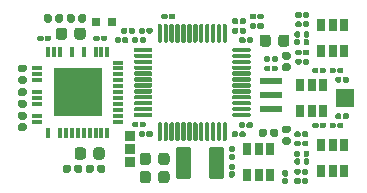
<source format=gbr>
%TF.GenerationSoftware,KiCad,Pcbnew,(5.1.6)-1*%
%TF.CreationDate,2020-12-28T23:38:13-08:00*%
%TF.ProjectId,SinESC-Multi,53696e45-5343-42d4-9d75-6c74692e6b69,2.3C*%
%TF.SameCoordinates,Original*%
%TF.FileFunction,Soldermask,Top*%
%TF.FilePolarity,Negative*%
%FSLAX46Y46*%
G04 Gerber Fmt 4.6, Leading zero omitted, Abs format (unit mm)*
G04 Created by KiCad (PCBNEW (5.1.6)-1) date 2020-12-28 23:38:13*
%MOMM*%
%LPD*%
G01*
G04 APERTURE LIST*
%ADD10R,0.878000X0.878000*%
%ADD11R,1.578000X1.578000*%
%ADD12R,0.678000X0.778000*%
%ADD13R,0.728000X1.138000*%
%ADD14R,4.167400X4.167400*%
%ADD15R,0.840000X0.332000*%
%ADD16R,0.332000X0.840000*%
%ADD17R,1.978000X0.478000*%
G04 APERTURE END LIST*
%TO.C,R24*%
G36*
G01*
X39169500Y-29149000D02*
X38930500Y-29149000D01*
G75*
G02*
X38811000Y-29029500I0J119500D01*
G01*
X38811000Y-28730500D01*
G75*
G02*
X38930500Y-28611000I119500J0D01*
G01*
X39169500Y-28611000D01*
G75*
G02*
X39289000Y-28730500I0J-119500D01*
G01*
X39289000Y-29029500D01*
G75*
G02*
X39169500Y-29149000I-119500J0D01*
G01*
G37*
G36*
G01*
X39169500Y-29789000D02*
X38930500Y-29789000D01*
G75*
G02*
X38811000Y-29669500I0J119500D01*
G01*
X38811000Y-29370500D01*
G75*
G02*
X38930500Y-29251000I119500J0D01*
G01*
X39169500Y-29251000D01*
G75*
G02*
X39289000Y-29370500I0J-119500D01*
G01*
X39289000Y-29669500D01*
G75*
G02*
X39169500Y-29789000I-119500J0D01*
G01*
G37*
%TD*%
%TO.C,L1*%
G36*
G01*
X31114000Y-26901600D02*
X31114000Y-29098400D01*
G75*
G02*
X30848400Y-29364000I-265600J0D01*
G01*
X30051600Y-29364000D01*
G75*
G02*
X29786000Y-29098400I0J265600D01*
G01*
X29786000Y-26901600D01*
G75*
G02*
X30051600Y-26636000I265600J0D01*
G01*
X30848400Y-26636000D01*
G75*
G02*
X31114000Y-26901600I0J-265600D01*
G01*
G37*
G36*
G01*
X33914000Y-26901600D02*
X33914000Y-29098400D01*
G75*
G02*
X33648400Y-29364000I-265600J0D01*
G01*
X32851600Y-29364000D01*
G75*
G02*
X32586000Y-29098400I0J265600D01*
G01*
X32586000Y-26901600D01*
G75*
G02*
X32851600Y-26636000I265600J0D01*
G01*
X33648400Y-26636000D01*
G75*
G02*
X33914000Y-26901600I0J-265600D01*
G01*
G37*
%TD*%
%TO.C,U1*%
G36*
G01*
X34139000Y-24668000D02*
X34139000Y-26032000D01*
G75*
G02*
X34044500Y-26126500I-94500J0D01*
G01*
X33855500Y-26126500D01*
G75*
G02*
X33761000Y-26032000I0J94500D01*
G01*
X33761000Y-24668000D01*
G75*
G02*
X33855500Y-24573500I94500J0D01*
G01*
X34044500Y-24573500D01*
G75*
G02*
X34139000Y-24668000I0J-94500D01*
G01*
G37*
G36*
G01*
X33639000Y-24668000D02*
X33639000Y-26032000D01*
G75*
G02*
X33544500Y-26126500I-94500J0D01*
G01*
X33355500Y-26126500D01*
G75*
G02*
X33261000Y-26032000I0J94500D01*
G01*
X33261000Y-24668000D01*
G75*
G02*
X33355500Y-24573500I94500J0D01*
G01*
X33544500Y-24573500D01*
G75*
G02*
X33639000Y-24668000I0J-94500D01*
G01*
G37*
G36*
G01*
X33139000Y-24668000D02*
X33139000Y-26032000D01*
G75*
G02*
X33044500Y-26126500I-94500J0D01*
G01*
X32855500Y-26126500D01*
G75*
G02*
X32761000Y-26032000I0J94500D01*
G01*
X32761000Y-24668000D01*
G75*
G02*
X32855500Y-24573500I94500J0D01*
G01*
X33044500Y-24573500D01*
G75*
G02*
X33139000Y-24668000I0J-94500D01*
G01*
G37*
G36*
G01*
X32639000Y-24668000D02*
X32639000Y-26032000D01*
G75*
G02*
X32544500Y-26126500I-94500J0D01*
G01*
X32355500Y-26126500D01*
G75*
G02*
X32261000Y-26032000I0J94500D01*
G01*
X32261000Y-24668000D01*
G75*
G02*
X32355500Y-24573500I94500J0D01*
G01*
X32544500Y-24573500D01*
G75*
G02*
X32639000Y-24668000I0J-94500D01*
G01*
G37*
G36*
G01*
X32139000Y-24668000D02*
X32139000Y-26032000D01*
G75*
G02*
X32044500Y-26126500I-94500J0D01*
G01*
X31855500Y-26126500D01*
G75*
G02*
X31761000Y-26032000I0J94500D01*
G01*
X31761000Y-24668000D01*
G75*
G02*
X31855500Y-24573500I94500J0D01*
G01*
X32044500Y-24573500D01*
G75*
G02*
X32139000Y-24668000I0J-94500D01*
G01*
G37*
G36*
G01*
X31639000Y-24668000D02*
X31639000Y-26032000D01*
G75*
G02*
X31544500Y-26126500I-94500J0D01*
G01*
X31355500Y-26126500D01*
G75*
G02*
X31261000Y-26032000I0J94500D01*
G01*
X31261000Y-24668000D01*
G75*
G02*
X31355500Y-24573500I94500J0D01*
G01*
X31544500Y-24573500D01*
G75*
G02*
X31639000Y-24668000I0J-94500D01*
G01*
G37*
G36*
G01*
X31139000Y-24668000D02*
X31139000Y-26032000D01*
G75*
G02*
X31044500Y-26126500I-94500J0D01*
G01*
X30855500Y-26126500D01*
G75*
G02*
X30761000Y-26032000I0J94500D01*
G01*
X30761000Y-24668000D01*
G75*
G02*
X30855500Y-24573500I94500J0D01*
G01*
X31044500Y-24573500D01*
G75*
G02*
X31139000Y-24668000I0J-94500D01*
G01*
G37*
G36*
G01*
X30639000Y-24668000D02*
X30639000Y-26032000D01*
G75*
G02*
X30544500Y-26126500I-94500J0D01*
G01*
X30355500Y-26126500D01*
G75*
G02*
X30261000Y-26032000I0J94500D01*
G01*
X30261000Y-24668000D01*
G75*
G02*
X30355500Y-24573500I94500J0D01*
G01*
X30544500Y-24573500D01*
G75*
G02*
X30639000Y-24668000I0J-94500D01*
G01*
G37*
G36*
G01*
X30139000Y-24668000D02*
X30139000Y-26032000D01*
G75*
G02*
X30044500Y-26126500I-94500J0D01*
G01*
X29855500Y-26126500D01*
G75*
G02*
X29761000Y-26032000I0J94500D01*
G01*
X29761000Y-24668000D01*
G75*
G02*
X29855500Y-24573500I94500J0D01*
G01*
X30044500Y-24573500D01*
G75*
G02*
X30139000Y-24668000I0J-94500D01*
G01*
G37*
G36*
G01*
X29639000Y-24668000D02*
X29639000Y-26032000D01*
G75*
G02*
X29544500Y-26126500I-94500J0D01*
G01*
X29355500Y-26126500D01*
G75*
G02*
X29261000Y-26032000I0J94500D01*
G01*
X29261000Y-24668000D01*
G75*
G02*
X29355500Y-24573500I94500J0D01*
G01*
X29544500Y-24573500D01*
G75*
G02*
X29639000Y-24668000I0J-94500D01*
G01*
G37*
G36*
G01*
X29139000Y-24668000D02*
X29139000Y-26032000D01*
G75*
G02*
X29044500Y-26126500I-94500J0D01*
G01*
X28855500Y-26126500D01*
G75*
G02*
X28761000Y-26032000I0J94500D01*
G01*
X28761000Y-24668000D01*
G75*
G02*
X28855500Y-24573500I94500J0D01*
G01*
X29044500Y-24573500D01*
G75*
G02*
X29139000Y-24668000I0J-94500D01*
G01*
G37*
G36*
G01*
X28639000Y-24668000D02*
X28639000Y-26032000D01*
G75*
G02*
X28544500Y-26126500I-94500J0D01*
G01*
X28355500Y-26126500D01*
G75*
G02*
X28261000Y-26032000I0J94500D01*
G01*
X28261000Y-24668000D01*
G75*
G02*
X28355500Y-24573500I94500J0D01*
G01*
X28544500Y-24573500D01*
G75*
G02*
X28639000Y-24668000I0J-94500D01*
G01*
G37*
G36*
G01*
X27814000Y-23843000D02*
X27814000Y-24032000D01*
G75*
G02*
X27719500Y-24126500I-94500J0D01*
G01*
X26355500Y-24126500D01*
G75*
G02*
X26261000Y-24032000I0J94500D01*
G01*
X26261000Y-23843000D01*
G75*
G02*
X26355500Y-23748500I94500J0D01*
G01*
X27719500Y-23748500D01*
G75*
G02*
X27814000Y-23843000I0J-94500D01*
G01*
G37*
G36*
G01*
X27814000Y-23343000D02*
X27814000Y-23532000D01*
G75*
G02*
X27719500Y-23626500I-94500J0D01*
G01*
X26355500Y-23626500D01*
G75*
G02*
X26261000Y-23532000I0J94500D01*
G01*
X26261000Y-23343000D01*
G75*
G02*
X26355500Y-23248500I94500J0D01*
G01*
X27719500Y-23248500D01*
G75*
G02*
X27814000Y-23343000I0J-94500D01*
G01*
G37*
G36*
G01*
X27814000Y-22843000D02*
X27814000Y-23032000D01*
G75*
G02*
X27719500Y-23126500I-94500J0D01*
G01*
X26355500Y-23126500D01*
G75*
G02*
X26261000Y-23032000I0J94500D01*
G01*
X26261000Y-22843000D01*
G75*
G02*
X26355500Y-22748500I94500J0D01*
G01*
X27719500Y-22748500D01*
G75*
G02*
X27814000Y-22843000I0J-94500D01*
G01*
G37*
G36*
G01*
X27814000Y-22343000D02*
X27814000Y-22532000D01*
G75*
G02*
X27719500Y-22626500I-94500J0D01*
G01*
X26355500Y-22626500D01*
G75*
G02*
X26261000Y-22532000I0J94500D01*
G01*
X26261000Y-22343000D01*
G75*
G02*
X26355500Y-22248500I94500J0D01*
G01*
X27719500Y-22248500D01*
G75*
G02*
X27814000Y-22343000I0J-94500D01*
G01*
G37*
G36*
G01*
X27814000Y-21843000D02*
X27814000Y-22032000D01*
G75*
G02*
X27719500Y-22126500I-94500J0D01*
G01*
X26355500Y-22126500D01*
G75*
G02*
X26261000Y-22032000I0J94500D01*
G01*
X26261000Y-21843000D01*
G75*
G02*
X26355500Y-21748500I94500J0D01*
G01*
X27719500Y-21748500D01*
G75*
G02*
X27814000Y-21843000I0J-94500D01*
G01*
G37*
G36*
G01*
X27814000Y-21343000D02*
X27814000Y-21532000D01*
G75*
G02*
X27719500Y-21626500I-94500J0D01*
G01*
X26355500Y-21626500D01*
G75*
G02*
X26261000Y-21532000I0J94500D01*
G01*
X26261000Y-21343000D01*
G75*
G02*
X26355500Y-21248500I94500J0D01*
G01*
X27719500Y-21248500D01*
G75*
G02*
X27814000Y-21343000I0J-94500D01*
G01*
G37*
G36*
G01*
X27814000Y-20843000D02*
X27814000Y-21032000D01*
G75*
G02*
X27719500Y-21126500I-94500J0D01*
G01*
X26355500Y-21126500D01*
G75*
G02*
X26261000Y-21032000I0J94500D01*
G01*
X26261000Y-20843000D01*
G75*
G02*
X26355500Y-20748500I94500J0D01*
G01*
X27719500Y-20748500D01*
G75*
G02*
X27814000Y-20843000I0J-94500D01*
G01*
G37*
G36*
G01*
X27814000Y-20343000D02*
X27814000Y-20532000D01*
G75*
G02*
X27719500Y-20626500I-94500J0D01*
G01*
X26355500Y-20626500D01*
G75*
G02*
X26261000Y-20532000I0J94500D01*
G01*
X26261000Y-20343000D01*
G75*
G02*
X26355500Y-20248500I94500J0D01*
G01*
X27719500Y-20248500D01*
G75*
G02*
X27814000Y-20343000I0J-94500D01*
G01*
G37*
G36*
G01*
X27814000Y-19843000D02*
X27814000Y-20032000D01*
G75*
G02*
X27719500Y-20126500I-94500J0D01*
G01*
X26355500Y-20126500D01*
G75*
G02*
X26261000Y-20032000I0J94500D01*
G01*
X26261000Y-19843000D01*
G75*
G02*
X26355500Y-19748500I94500J0D01*
G01*
X27719500Y-19748500D01*
G75*
G02*
X27814000Y-19843000I0J-94500D01*
G01*
G37*
G36*
G01*
X27814000Y-19343000D02*
X27814000Y-19532000D01*
G75*
G02*
X27719500Y-19626500I-94500J0D01*
G01*
X26355500Y-19626500D01*
G75*
G02*
X26261000Y-19532000I0J94500D01*
G01*
X26261000Y-19343000D01*
G75*
G02*
X26355500Y-19248500I94500J0D01*
G01*
X27719500Y-19248500D01*
G75*
G02*
X27814000Y-19343000I0J-94500D01*
G01*
G37*
G36*
G01*
X27814000Y-18843000D02*
X27814000Y-19032000D01*
G75*
G02*
X27719500Y-19126500I-94500J0D01*
G01*
X26355500Y-19126500D01*
G75*
G02*
X26261000Y-19032000I0J94500D01*
G01*
X26261000Y-18843000D01*
G75*
G02*
X26355500Y-18748500I94500J0D01*
G01*
X27719500Y-18748500D01*
G75*
G02*
X27814000Y-18843000I0J-94500D01*
G01*
G37*
G36*
G01*
X27814000Y-18343000D02*
X27814000Y-18532000D01*
G75*
G02*
X27719500Y-18626500I-94500J0D01*
G01*
X26355500Y-18626500D01*
G75*
G02*
X26261000Y-18532000I0J94500D01*
G01*
X26261000Y-18343000D01*
G75*
G02*
X26355500Y-18248500I94500J0D01*
G01*
X27719500Y-18248500D01*
G75*
G02*
X27814000Y-18343000I0J-94500D01*
G01*
G37*
G36*
G01*
X28639000Y-16343000D02*
X28639000Y-17707000D01*
G75*
G02*
X28544500Y-17801500I-94500J0D01*
G01*
X28355500Y-17801500D01*
G75*
G02*
X28261000Y-17707000I0J94500D01*
G01*
X28261000Y-16343000D01*
G75*
G02*
X28355500Y-16248500I94500J0D01*
G01*
X28544500Y-16248500D01*
G75*
G02*
X28639000Y-16343000I0J-94500D01*
G01*
G37*
G36*
G01*
X29139000Y-16343000D02*
X29139000Y-17707000D01*
G75*
G02*
X29044500Y-17801500I-94500J0D01*
G01*
X28855500Y-17801500D01*
G75*
G02*
X28761000Y-17707000I0J94500D01*
G01*
X28761000Y-16343000D01*
G75*
G02*
X28855500Y-16248500I94500J0D01*
G01*
X29044500Y-16248500D01*
G75*
G02*
X29139000Y-16343000I0J-94500D01*
G01*
G37*
G36*
G01*
X29639000Y-16343000D02*
X29639000Y-17707000D01*
G75*
G02*
X29544500Y-17801500I-94500J0D01*
G01*
X29355500Y-17801500D01*
G75*
G02*
X29261000Y-17707000I0J94500D01*
G01*
X29261000Y-16343000D01*
G75*
G02*
X29355500Y-16248500I94500J0D01*
G01*
X29544500Y-16248500D01*
G75*
G02*
X29639000Y-16343000I0J-94500D01*
G01*
G37*
G36*
G01*
X30139000Y-16343000D02*
X30139000Y-17707000D01*
G75*
G02*
X30044500Y-17801500I-94500J0D01*
G01*
X29855500Y-17801500D01*
G75*
G02*
X29761000Y-17707000I0J94500D01*
G01*
X29761000Y-16343000D01*
G75*
G02*
X29855500Y-16248500I94500J0D01*
G01*
X30044500Y-16248500D01*
G75*
G02*
X30139000Y-16343000I0J-94500D01*
G01*
G37*
G36*
G01*
X30639000Y-16343000D02*
X30639000Y-17707000D01*
G75*
G02*
X30544500Y-17801500I-94500J0D01*
G01*
X30355500Y-17801500D01*
G75*
G02*
X30261000Y-17707000I0J94500D01*
G01*
X30261000Y-16343000D01*
G75*
G02*
X30355500Y-16248500I94500J0D01*
G01*
X30544500Y-16248500D01*
G75*
G02*
X30639000Y-16343000I0J-94500D01*
G01*
G37*
G36*
G01*
X31139000Y-16343000D02*
X31139000Y-17707000D01*
G75*
G02*
X31044500Y-17801500I-94500J0D01*
G01*
X30855500Y-17801500D01*
G75*
G02*
X30761000Y-17707000I0J94500D01*
G01*
X30761000Y-16343000D01*
G75*
G02*
X30855500Y-16248500I94500J0D01*
G01*
X31044500Y-16248500D01*
G75*
G02*
X31139000Y-16343000I0J-94500D01*
G01*
G37*
G36*
G01*
X31639000Y-16343000D02*
X31639000Y-17707000D01*
G75*
G02*
X31544500Y-17801500I-94500J0D01*
G01*
X31355500Y-17801500D01*
G75*
G02*
X31261000Y-17707000I0J94500D01*
G01*
X31261000Y-16343000D01*
G75*
G02*
X31355500Y-16248500I94500J0D01*
G01*
X31544500Y-16248500D01*
G75*
G02*
X31639000Y-16343000I0J-94500D01*
G01*
G37*
G36*
G01*
X32139000Y-16343000D02*
X32139000Y-17707000D01*
G75*
G02*
X32044500Y-17801500I-94500J0D01*
G01*
X31855500Y-17801500D01*
G75*
G02*
X31761000Y-17707000I0J94500D01*
G01*
X31761000Y-16343000D01*
G75*
G02*
X31855500Y-16248500I94500J0D01*
G01*
X32044500Y-16248500D01*
G75*
G02*
X32139000Y-16343000I0J-94500D01*
G01*
G37*
G36*
G01*
X32639000Y-16343000D02*
X32639000Y-17707000D01*
G75*
G02*
X32544500Y-17801500I-94500J0D01*
G01*
X32355500Y-17801500D01*
G75*
G02*
X32261000Y-17707000I0J94500D01*
G01*
X32261000Y-16343000D01*
G75*
G02*
X32355500Y-16248500I94500J0D01*
G01*
X32544500Y-16248500D01*
G75*
G02*
X32639000Y-16343000I0J-94500D01*
G01*
G37*
G36*
G01*
X33139000Y-16343000D02*
X33139000Y-17707000D01*
G75*
G02*
X33044500Y-17801500I-94500J0D01*
G01*
X32855500Y-17801500D01*
G75*
G02*
X32761000Y-17707000I0J94500D01*
G01*
X32761000Y-16343000D01*
G75*
G02*
X32855500Y-16248500I94500J0D01*
G01*
X33044500Y-16248500D01*
G75*
G02*
X33139000Y-16343000I0J-94500D01*
G01*
G37*
G36*
G01*
X33639000Y-16343000D02*
X33639000Y-17707000D01*
G75*
G02*
X33544500Y-17801500I-94500J0D01*
G01*
X33355500Y-17801500D01*
G75*
G02*
X33261000Y-17707000I0J94500D01*
G01*
X33261000Y-16343000D01*
G75*
G02*
X33355500Y-16248500I94500J0D01*
G01*
X33544500Y-16248500D01*
G75*
G02*
X33639000Y-16343000I0J-94500D01*
G01*
G37*
G36*
G01*
X34139000Y-16343000D02*
X34139000Y-17707000D01*
G75*
G02*
X34044500Y-17801500I-94500J0D01*
G01*
X33855500Y-17801500D01*
G75*
G02*
X33761000Y-17707000I0J94500D01*
G01*
X33761000Y-16343000D01*
G75*
G02*
X33855500Y-16248500I94500J0D01*
G01*
X34044500Y-16248500D01*
G75*
G02*
X34139000Y-16343000I0J-94500D01*
G01*
G37*
G36*
G01*
X36139000Y-18343000D02*
X36139000Y-18532000D01*
G75*
G02*
X36044500Y-18626500I-94500J0D01*
G01*
X34680500Y-18626500D01*
G75*
G02*
X34586000Y-18532000I0J94500D01*
G01*
X34586000Y-18343000D01*
G75*
G02*
X34680500Y-18248500I94500J0D01*
G01*
X36044500Y-18248500D01*
G75*
G02*
X36139000Y-18343000I0J-94500D01*
G01*
G37*
G36*
G01*
X36139000Y-18843000D02*
X36139000Y-19032000D01*
G75*
G02*
X36044500Y-19126500I-94500J0D01*
G01*
X34680500Y-19126500D01*
G75*
G02*
X34586000Y-19032000I0J94500D01*
G01*
X34586000Y-18843000D01*
G75*
G02*
X34680500Y-18748500I94500J0D01*
G01*
X36044500Y-18748500D01*
G75*
G02*
X36139000Y-18843000I0J-94500D01*
G01*
G37*
G36*
G01*
X36139000Y-19343000D02*
X36139000Y-19532000D01*
G75*
G02*
X36044500Y-19626500I-94500J0D01*
G01*
X34680500Y-19626500D01*
G75*
G02*
X34586000Y-19532000I0J94500D01*
G01*
X34586000Y-19343000D01*
G75*
G02*
X34680500Y-19248500I94500J0D01*
G01*
X36044500Y-19248500D01*
G75*
G02*
X36139000Y-19343000I0J-94500D01*
G01*
G37*
G36*
G01*
X36139000Y-19843000D02*
X36139000Y-20032000D01*
G75*
G02*
X36044500Y-20126500I-94500J0D01*
G01*
X34680500Y-20126500D01*
G75*
G02*
X34586000Y-20032000I0J94500D01*
G01*
X34586000Y-19843000D01*
G75*
G02*
X34680500Y-19748500I94500J0D01*
G01*
X36044500Y-19748500D01*
G75*
G02*
X36139000Y-19843000I0J-94500D01*
G01*
G37*
G36*
G01*
X36139000Y-20343000D02*
X36139000Y-20532000D01*
G75*
G02*
X36044500Y-20626500I-94500J0D01*
G01*
X34680500Y-20626500D01*
G75*
G02*
X34586000Y-20532000I0J94500D01*
G01*
X34586000Y-20343000D01*
G75*
G02*
X34680500Y-20248500I94500J0D01*
G01*
X36044500Y-20248500D01*
G75*
G02*
X36139000Y-20343000I0J-94500D01*
G01*
G37*
G36*
G01*
X36139000Y-20843000D02*
X36139000Y-21032000D01*
G75*
G02*
X36044500Y-21126500I-94500J0D01*
G01*
X34680500Y-21126500D01*
G75*
G02*
X34586000Y-21032000I0J94500D01*
G01*
X34586000Y-20843000D01*
G75*
G02*
X34680500Y-20748500I94500J0D01*
G01*
X36044500Y-20748500D01*
G75*
G02*
X36139000Y-20843000I0J-94500D01*
G01*
G37*
G36*
G01*
X36139000Y-21343000D02*
X36139000Y-21532000D01*
G75*
G02*
X36044500Y-21626500I-94500J0D01*
G01*
X34680500Y-21626500D01*
G75*
G02*
X34586000Y-21532000I0J94500D01*
G01*
X34586000Y-21343000D01*
G75*
G02*
X34680500Y-21248500I94500J0D01*
G01*
X36044500Y-21248500D01*
G75*
G02*
X36139000Y-21343000I0J-94500D01*
G01*
G37*
G36*
G01*
X36139000Y-21843000D02*
X36139000Y-22032000D01*
G75*
G02*
X36044500Y-22126500I-94500J0D01*
G01*
X34680500Y-22126500D01*
G75*
G02*
X34586000Y-22032000I0J94500D01*
G01*
X34586000Y-21843000D01*
G75*
G02*
X34680500Y-21748500I94500J0D01*
G01*
X36044500Y-21748500D01*
G75*
G02*
X36139000Y-21843000I0J-94500D01*
G01*
G37*
G36*
G01*
X36139000Y-22343000D02*
X36139000Y-22532000D01*
G75*
G02*
X36044500Y-22626500I-94500J0D01*
G01*
X34680500Y-22626500D01*
G75*
G02*
X34586000Y-22532000I0J94500D01*
G01*
X34586000Y-22343000D01*
G75*
G02*
X34680500Y-22248500I94500J0D01*
G01*
X36044500Y-22248500D01*
G75*
G02*
X36139000Y-22343000I0J-94500D01*
G01*
G37*
G36*
G01*
X36139000Y-22843000D02*
X36139000Y-23032000D01*
G75*
G02*
X36044500Y-23126500I-94500J0D01*
G01*
X34680500Y-23126500D01*
G75*
G02*
X34586000Y-23032000I0J94500D01*
G01*
X34586000Y-22843000D01*
G75*
G02*
X34680500Y-22748500I94500J0D01*
G01*
X36044500Y-22748500D01*
G75*
G02*
X36139000Y-22843000I0J-94500D01*
G01*
G37*
G36*
G01*
X36139000Y-23343000D02*
X36139000Y-23532000D01*
G75*
G02*
X36044500Y-23626500I-94500J0D01*
G01*
X34680500Y-23626500D01*
G75*
G02*
X34586000Y-23532000I0J94500D01*
G01*
X34586000Y-23343000D01*
G75*
G02*
X34680500Y-23248500I94500J0D01*
G01*
X36044500Y-23248500D01*
G75*
G02*
X36139000Y-23343000I0J-94500D01*
G01*
G37*
G36*
G01*
X36139000Y-23843000D02*
X36139000Y-24032000D01*
G75*
G02*
X36044500Y-24126500I-94500J0D01*
G01*
X34680500Y-24126500D01*
G75*
G02*
X34586000Y-24032000I0J94500D01*
G01*
X34586000Y-23843000D01*
G75*
G02*
X34680500Y-23748500I94500J0D01*
G01*
X36044500Y-23748500D01*
G75*
G02*
X36139000Y-23843000I0J-94500D01*
G01*
G37*
%TD*%
%TO.C,R10*%
G36*
G01*
X41879000Y-24705500D02*
X41879000Y-24944500D01*
G75*
G02*
X41759500Y-25064000I-119500J0D01*
G01*
X41460500Y-25064000D01*
G75*
G02*
X41341000Y-24944500I0J119500D01*
G01*
X41341000Y-24705500D01*
G75*
G02*
X41460500Y-24586000I119500J0D01*
G01*
X41759500Y-24586000D01*
G75*
G02*
X41879000Y-24705500I0J-119500D01*
G01*
G37*
G36*
G01*
X42519000Y-24705500D02*
X42519000Y-24944500D01*
G75*
G02*
X42399500Y-25064000I-119500J0D01*
G01*
X42100500Y-25064000D01*
G75*
G02*
X41981000Y-24944500I0J119500D01*
G01*
X41981000Y-24705500D01*
G75*
G02*
X42100500Y-24586000I119500J0D01*
G01*
X42399500Y-24586000D01*
G75*
G02*
X42519000Y-24705500I0J-119500D01*
G01*
G37*
%TD*%
%TO.C,C6*%
G36*
G01*
X35699000Y-17480500D02*
X35699000Y-17719500D01*
G75*
G02*
X35579500Y-17839000I-119500J0D01*
G01*
X35280500Y-17839000D01*
G75*
G02*
X35161000Y-17719500I0J119500D01*
G01*
X35161000Y-17480500D01*
G75*
G02*
X35280500Y-17361000I119500J0D01*
G01*
X35579500Y-17361000D01*
G75*
G02*
X35699000Y-17480500I0J-119500D01*
G01*
G37*
G36*
G01*
X36339000Y-17480500D02*
X36339000Y-17719500D01*
G75*
G02*
X36219500Y-17839000I-119500J0D01*
G01*
X35920500Y-17839000D01*
G75*
G02*
X35801000Y-17719500I0J119500D01*
G01*
X35801000Y-17480500D01*
G75*
G02*
X35920500Y-17361000I119500J0D01*
G01*
X36219500Y-17361000D01*
G75*
G02*
X36339000Y-17480500I0J-119500D01*
G01*
G37*
%TD*%
%TO.C,C21*%
G36*
G01*
X20589000Y-16774250D02*
X20589000Y-17325750D01*
G75*
G02*
X20350750Y-17564000I-238250J0D01*
G01*
X19874250Y-17564000D01*
G75*
G02*
X19636000Y-17325750I0J238250D01*
G01*
X19636000Y-16774250D01*
G75*
G02*
X19874250Y-16536000I238250J0D01*
G01*
X20350750Y-16536000D01*
G75*
G02*
X20589000Y-16774250I0J-238250D01*
G01*
G37*
G36*
G01*
X22164000Y-16774250D02*
X22164000Y-17325750D01*
G75*
G02*
X21925750Y-17564000I-238250J0D01*
G01*
X21449250Y-17564000D01*
G75*
G02*
X21211000Y-17325750I0J238250D01*
G01*
X21211000Y-16774250D01*
G75*
G02*
X21449250Y-16536000I238250J0D01*
G01*
X21925750Y-16536000D01*
G75*
G02*
X22164000Y-16774250I0J-238250D01*
G01*
G37*
%TD*%
%TO.C,C20*%
G36*
G01*
X18599000Y-17330500D02*
X18599000Y-17569500D01*
G75*
G02*
X18479500Y-17689000I-119500J0D01*
G01*
X18180500Y-17689000D01*
G75*
G02*
X18061000Y-17569500I0J119500D01*
G01*
X18061000Y-17330500D01*
G75*
G02*
X18180500Y-17211000I119500J0D01*
G01*
X18479500Y-17211000D01*
G75*
G02*
X18599000Y-17330500I0J-119500D01*
G01*
G37*
G36*
G01*
X19239000Y-17330500D02*
X19239000Y-17569500D01*
G75*
G02*
X19119500Y-17689000I-119500J0D01*
G01*
X18820500Y-17689000D01*
G75*
G02*
X18701000Y-17569500I0J119500D01*
G01*
X18701000Y-17330500D01*
G75*
G02*
X18820500Y-17211000I119500J0D01*
G01*
X19119500Y-17211000D01*
G75*
G02*
X19239000Y-17330500I0J-119500D01*
G01*
G37*
%TD*%
%TO.C,C22*%
G36*
G01*
X22811000Y-27475750D02*
X22811000Y-26924250D01*
G75*
G02*
X23049250Y-26686000I238250J0D01*
G01*
X23525750Y-26686000D01*
G75*
G02*
X23764000Y-26924250I0J-238250D01*
G01*
X23764000Y-27475750D01*
G75*
G02*
X23525750Y-27714000I-238250J0D01*
G01*
X23049250Y-27714000D01*
G75*
G02*
X22811000Y-27475750I0J238250D01*
G01*
G37*
G36*
G01*
X21236000Y-27475750D02*
X21236000Y-26924250D01*
G75*
G02*
X21474250Y-26686000I238250J0D01*
G01*
X21950750Y-26686000D01*
G75*
G02*
X22189000Y-26924250I0J-238250D01*
G01*
X22189000Y-27475750D01*
G75*
G02*
X21950750Y-27714000I-238250J0D01*
G01*
X21474250Y-27714000D01*
G75*
G02*
X21236000Y-27475750I0J238250D01*
G01*
G37*
%TD*%
%TO.C,C19*%
G36*
G01*
X20899000Y-28308000D02*
X20899000Y-28692000D01*
G75*
G02*
X20732000Y-28859000I-167000J0D01*
G01*
X20398000Y-28859000D01*
G75*
G02*
X20231000Y-28692000I0J167000D01*
G01*
X20231000Y-28308000D01*
G75*
G02*
X20398000Y-28141000I167000J0D01*
G01*
X20732000Y-28141000D01*
G75*
G02*
X20899000Y-28308000I0J-167000D01*
G01*
G37*
G36*
G01*
X21869000Y-28308000D02*
X21869000Y-28692000D01*
G75*
G02*
X21702000Y-28859000I-167000J0D01*
G01*
X21368000Y-28859000D01*
G75*
G02*
X21201000Y-28692000I0J167000D01*
G01*
X21201000Y-28308000D01*
G75*
G02*
X21368000Y-28141000I167000J0D01*
G01*
X21702000Y-28141000D01*
G75*
G02*
X21869000Y-28308000I0J-167000D01*
G01*
G37*
%TD*%
%TO.C,C17*%
G36*
G01*
X23349000Y-17330500D02*
X23349000Y-17569500D01*
G75*
G02*
X23229500Y-17689000I-119500J0D01*
G01*
X22930500Y-17689000D01*
G75*
G02*
X22811000Y-17569500I0J119500D01*
G01*
X22811000Y-17330500D01*
G75*
G02*
X22930500Y-17211000I119500J0D01*
G01*
X23229500Y-17211000D01*
G75*
G02*
X23349000Y-17330500I0J-119500D01*
G01*
G37*
G36*
G01*
X23989000Y-17330500D02*
X23989000Y-17569500D01*
G75*
G02*
X23869500Y-17689000I-119500J0D01*
G01*
X23570500Y-17689000D01*
G75*
G02*
X23451000Y-17569500I0J119500D01*
G01*
X23451000Y-17330500D01*
G75*
G02*
X23570500Y-17211000I119500J0D01*
G01*
X23869500Y-17211000D01*
G75*
G02*
X23989000Y-17330500I0J-119500D01*
G01*
G37*
%TD*%
D10*
%TO.C,TP3*%
X25900000Y-27900000D03*
%TD*%
%TO.C,TP2*%
X25900000Y-26800000D03*
%TD*%
%TO.C,TP1*%
X25900000Y-25700000D03*
%TD*%
D11*
%TO.C,J6*%
X44150000Y-22500000D03*
%TD*%
%TO.C,C1*%
G36*
G01*
X35781000Y-24919500D02*
X35781000Y-24680500D01*
G75*
G02*
X35900500Y-24561000I119500J0D01*
G01*
X36199500Y-24561000D01*
G75*
G02*
X36319000Y-24680500I0J-119500D01*
G01*
X36319000Y-24919500D01*
G75*
G02*
X36199500Y-25039000I-119500J0D01*
G01*
X35900500Y-25039000D01*
G75*
G02*
X35781000Y-24919500I0J119500D01*
G01*
G37*
G36*
G01*
X35141000Y-24919500D02*
X35141000Y-24680500D01*
G75*
G02*
X35260500Y-24561000I119500J0D01*
G01*
X35559500Y-24561000D01*
G75*
G02*
X35679000Y-24680500I0J-119500D01*
G01*
X35679000Y-24919500D01*
G75*
G02*
X35559500Y-25039000I-119500J0D01*
G01*
X35260500Y-25039000D01*
G75*
G02*
X35141000Y-24919500I0J119500D01*
G01*
G37*
%TD*%
%TO.C,C2*%
G36*
G01*
X37901000Y-20119500D02*
X37901000Y-19880500D01*
G75*
G02*
X38020500Y-19761000I119500J0D01*
G01*
X38319500Y-19761000D01*
G75*
G02*
X38439000Y-19880500I0J-119500D01*
G01*
X38439000Y-20119500D01*
G75*
G02*
X38319500Y-20239000I-119500J0D01*
G01*
X38020500Y-20239000D01*
G75*
G02*
X37901000Y-20119500I0J119500D01*
G01*
G37*
G36*
G01*
X37261000Y-20119500D02*
X37261000Y-19880500D01*
G75*
G02*
X37380500Y-19761000I119500J0D01*
G01*
X37679500Y-19761000D01*
G75*
G02*
X37799000Y-19880500I0J-119500D01*
G01*
X37799000Y-20119500D01*
G75*
G02*
X37679500Y-20239000I-119500J0D01*
G01*
X37380500Y-20239000D01*
G75*
G02*
X37261000Y-20119500I0J119500D01*
G01*
G37*
%TD*%
%TO.C,C3*%
G36*
G01*
X35171000Y-25694500D02*
X35171000Y-25455500D01*
G75*
G02*
X35290500Y-25336000I119500J0D01*
G01*
X35589500Y-25336000D01*
G75*
G02*
X35709000Y-25455500I0J-119500D01*
G01*
X35709000Y-25694500D01*
G75*
G02*
X35589500Y-25814000I-119500J0D01*
G01*
X35290500Y-25814000D01*
G75*
G02*
X35171000Y-25694500I0J119500D01*
G01*
G37*
G36*
G01*
X34531000Y-25694500D02*
X34531000Y-25455500D01*
G75*
G02*
X34650500Y-25336000I119500J0D01*
G01*
X34949500Y-25336000D01*
G75*
G02*
X35069000Y-25455500I0J-119500D01*
G01*
X35069000Y-25694500D01*
G75*
G02*
X34949500Y-25814000I-119500J0D01*
G01*
X34650500Y-25814000D01*
G75*
G02*
X34531000Y-25694500I0J119500D01*
G01*
G37*
%TD*%
%TO.C,C4*%
G36*
G01*
X27199000Y-16680500D02*
X27199000Y-16919500D01*
G75*
G02*
X27079500Y-17039000I-119500J0D01*
G01*
X26780500Y-17039000D01*
G75*
G02*
X26661000Y-16919500I0J119500D01*
G01*
X26661000Y-16680500D01*
G75*
G02*
X26780500Y-16561000I119500J0D01*
G01*
X27079500Y-16561000D01*
G75*
G02*
X27199000Y-16680500I0J-119500D01*
G01*
G37*
G36*
G01*
X27839000Y-16680500D02*
X27839000Y-16919500D01*
G75*
G02*
X27719500Y-17039000I-119500J0D01*
G01*
X27420500Y-17039000D01*
G75*
G02*
X27301000Y-16919500I0J119500D01*
G01*
X27301000Y-16680500D01*
G75*
G02*
X27420500Y-16561000I119500J0D01*
G01*
X27719500Y-16561000D01*
G75*
G02*
X27839000Y-16680500I0J-119500D01*
G01*
G37*
%TD*%
%TO.C,C5*%
G36*
G01*
X26629000Y-17480500D02*
X26629000Y-17719500D01*
G75*
G02*
X26509500Y-17839000I-119500J0D01*
G01*
X26210500Y-17839000D01*
G75*
G02*
X26091000Y-17719500I0J119500D01*
G01*
X26091000Y-17480500D01*
G75*
G02*
X26210500Y-17361000I119500J0D01*
G01*
X26509500Y-17361000D01*
G75*
G02*
X26629000Y-17480500I0J-119500D01*
G01*
G37*
G36*
G01*
X27269000Y-17480500D02*
X27269000Y-17719500D01*
G75*
G02*
X27149500Y-17839000I-119500J0D01*
G01*
X26850500Y-17839000D01*
G75*
G02*
X26731000Y-17719500I0J119500D01*
G01*
X26731000Y-17480500D01*
G75*
G02*
X26850500Y-17361000I119500J0D01*
G01*
X27149500Y-17361000D01*
G75*
G02*
X27269000Y-17480500I0J-119500D01*
G01*
G37*
%TD*%
%TO.C,C7*%
G36*
G01*
X39955500Y-17501000D02*
X40194500Y-17501000D01*
G75*
G02*
X40314000Y-17620500I0J-119500D01*
G01*
X40314000Y-17919500D01*
G75*
G02*
X40194500Y-18039000I-119500J0D01*
G01*
X39955500Y-18039000D01*
G75*
G02*
X39836000Y-17919500I0J119500D01*
G01*
X39836000Y-17620500D01*
G75*
G02*
X39955500Y-17501000I119500J0D01*
G01*
G37*
G36*
G01*
X39955500Y-16861000D02*
X40194500Y-16861000D01*
G75*
G02*
X40314000Y-16980500I0J-119500D01*
G01*
X40314000Y-17279500D01*
G75*
G02*
X40194500Y-17399000I-119500J0D01*
G01*
X39955500Y-17399000D01*
G75*
G02*
X39836000Y-17279500I0J119500D01*
G01*
X39836000Y-16980500D01*
G75*
G02*
X39955500Y-16861000I119500J0D01*
G01*
G37*
%TD*%
%TO.C,C8*%
G36*
G01*
X26629000Y-24630500D02*
X26629000Y-24869500D01*
G75*
G02*
X26509500Y-24989000I-119500J0D01*
G01*
X26210500Y-24989000D01*
G75*
G02*
X26091000Y-24869500I0J119500D01*
G01*
X26091000Y-24630500D01*
G75*
G02*
X26210500Y-24511000I119500J0D01*
G01*
X26509500Y-24511000D01*
G75*
G02*
X26629000Y-24630500I0J-119500D01*
G01*
G37*
G36*
G01*
X27269000Y-24630500D02*
X27269000Y-24869500D01*
G75*
G02*
X27149500Y-24989000I-119500J0D01*
G01*
X26850500Y-24989000D01*
G75*
G02*
X26731000Y-24869500I0J119500D01*
G01*
X26731000Y-24630500D01*
G75*
G02*
X26850500Y-24511000I119500J0D01*
G01*
X27149500Y-24511000D01*
G75*
G02*
X27269000Y-24630500I0J-119500D01*
G01*
G37*
%TD*%
%TO.C,C9*%
G36*
G01*
X27199000Y-25430500D02*
X27199000Y-25669500D01*
G75*
G02*
X27079500Y-25789000I-119500J0D01*
G01*
X26780500Y-25789000D01*
G75*
G02*
X26661000Y-25669500I0J119500D01*
G01*
X26661000Y-25430500D01*
G75*
G02*
X26780500Y-25311000I119500J0D01*
G01*
X27079500Y-25311000D01*
G75*
G02*
X27199000Y-25430500I0J-119500D01*
G01*
G37*
G36*
G01*
X27839000Y-25430500D02*
X27839000Y-25669500D01*
G75*
G02*
X27719500Y-25789000I-119500J0D01*
G01*
X27420500Y-25789000D01*
G75*
G02*
X27301000Y-25669500I0J119500D01*
G01*
X27301000Y-25430500D01*
G75*
G02*
X27420500Y-25311000I119500J0D01*
G01*
X27719500Y-25311000D01*
G75*
G02*
X27839000Y-25430500I0J-119500D01*
G01*
G37*
%TD*%
%TO.C,C10*%
G36*
G01*
X37901000Y-19319500D02*
X37901000Y-19080500D01*
G75*
G02*
X38020500Y-18961000I119500J0D01*
G01*
X38319500Y-18961000D01*
G75*
G02*
X38439000Y-19080500I0J-119500D01*
G01*
X38439000Y-19319500D01*
G75*
G02*
X38319500Y-19439000I-119500J0D01*
G01*
X38020500Y-19439000D01*
G75*
G02*
X37901000Y-19319500I0J119500D01*
G01*
G37*
G36*
G01*
X37261000Y-19319500D02*
X37261000Y-19080500D01*
G75*
G02*
X37380500Y-18961000I119500J0D01*
G01*
X37679500Y-18961000D01*
G75*
G02*
X37799000Y-19080500I0J-119500D01*
G01*
X37799000Y-19319500D01*
G75*
G02*
X37679500Y-19439000I-119500J0D01*
G01*
X37380500Y-19439000D01*
G75*
G02*
X37261000Y-19319500I0J119500D01*
G01*
G37*
%TD*%
%TO.C,C11*%
G36*
G01*
X38958000Y-19566000D02*
X39342000Y-19566000D01*
G75*
G02*
X39509000Y-19733000I0J-167000D01*
G01*
X39509000Y-20067000D01*
G75*
G02*
X39342000Y-20234000I-167000J0D01*
G01*
X38958000Y-20234000D01*
G75*
G02*
X38791000Y-20067000I0J167000D01*
G01*
X38791000Y-19733000D01*
G75*
G02*
X38958000Y-19566000I167000J0D01*
G01*
G37*
G36*
G01*
X38958000Y-18596000D02*
X39342000Y-18596000D01*
G75*
G02*
X39509000Y-18763000I0J-167000D01*
G01*
X39509000Y-19097000D01*
G75*
G02*
X39342000Y-19264000I-167000J0D01*
G01*
X38958000Y-19264000D01*
G75*
G02*
X38791000Y-19097000I0J167000D01*
G01*
X38791000Y-18763000D01*
G75*
G02*
X38958000Y-18596000I167000J0D01*
G01*
G37*
%TD*%
%TO.C,C12*%
G36*
G01*
X35099000Y-15880500D02*
X35099000Y-16119500D01*
G75*
G02*
X34979500Y-16239000I-119500J0D01*
G01*
X34680500Y-16239000D01*
G75*
G02*
X34561000Y-16119500I0J119500D01*
G01*
X34561000Y-15880500D01*
G75*
G02*
X34680500Y-15761000I119500J0D01*
G01*
X34979500Y-15761000D01*
G75*
G02*
X35099000Y-15880500I0J-119500D01*
G01*
G37*
G36*
G01*
X35739000Y-15880500D02*
X35739000Y-16119500D01*
G75*
G02*
X35619500Y-16239000I-119500J0D01*
G01*
X35320500Y-16239000D01*
G75*
G02*
X35201000Y-16119500I0J119500D01*
G01*
X35201000Y-15880500D01*
G75*
G02*
X35320500Y-15761000I119500J0D01*
G01*
X35619500Y-15761000D01*
G75*
G02*
X35739000Y-15880500I0J-119500D01*
G01*
G37*
%TD*%
%TO.C,C13*%
G36*
G01*
X38461000Y-17925750D02*
X38461000Y-17374250D01*
G75*
G02*
X38699250Y-17136000I238250J0D01*
G01*
X39175750Y-17136000D01*
G75*
G02*
X39414000Y-17374250I0J-238250D01*
G01*
X39414000Y-17925750D01*
G75*
G02*
X39175750Y-18164000I-238250J0D01*
G01*
X38699250Y-18164000D01*
G75*
G02*
X38461000Y-17925750I0J238250D01*
G01*
G37*
G36*
G01*
X36886000Y-17925750D02*
X36886000Y-17374250D01*
G75*
G02*
X37124250Y-17136000I238250J0D01*
G01*
X37600750Y-17136000D01*
G75*
G02*
X37839000Y-17374250I0J-238250D01*
G01*
X37839000Y-17925750D01*
G75*
G02*
X37600750Y-18164000I-238250J0D01*
G01*
X37124250Y-18164000D01*
G75*
G02*
X36886000Y-17925750I0J238250D01*
G01*
G37*
%TD*%
%TO.C,C14*%
G36*
G01*
X43926000Y-24169500D02*
X43926000Y-23930500D01*
G75*
G02*
X44045500Y-23811000I119500J0D01*
G01*
X44344500Y-23811000D01*
G75*
G02*
X44464000Y-23930500I0J-119500D01*
G01*
X44464000Y-24169500D01*
G75*
G02*
X44344500Y-24289000I-119500J0D01*
G01*
X44045500Y-24289000D01*
G75*
G02*
X43926000Y-24169500I0J119500D01*
G01*
G37*
G36*
G01*
X43286000Y-24169500D02*
X43286000Y-23930500D01*
G75*
G02*
X43405500Y-23811000I119500J0D01*
G01*
X43704500Y-23811000D01*
G75*
G02*
X43824000Y-23930500I0J-119500D01*
G01*
X43824000Y-24169500D01*
G75*
G02*
X43704500Y-24289000I-119500J0D01*
G01*
X43405500Y-24289000D01*
G75*
G02*
X43286000Y-24169500I0J119500D01*
G01*
G37*
%TD*%
%TO.C,C15*%
G36*
G01*
X36599000Y-15480500D02*
X36599000Y-15719500D01*
G75*
G02*
X36479500Y-15839000I-119500J0D01*
G01*
X36180500Y-15839000D01*
G75*
G02*
X36061000Y-15719500I0J119500D01*
G01*
X36061000Y-15480500D01*
G75*
G02*
X36180500Y-15361000I119500J0D01*
G01*
X36479500Y-15361000D01*
G75*
G02*
X36599000Y-15480500I0J-119500D01*
G01*
G37*
G36*
G01*
X37239000Y-15480500D02*
X37239000Y-15719500D01*
G75*
G02*
X37119500Y-15839000I-119500J0D01*
G01*
X36820500Y-15839000D01*
G75*
G02*
X36701000Y-15719500I0J119500D01*
G01*
X36701000Y-15480500D01*
G75*
G02*
X36820500Y-15361000I119500J0D01*
G01*
X37119500Y-15361000D01*
G75*
G02*
X37239000Y-15480500I0J-119500D01*
G01*
G37*
%TD*%
%TO.C,C16*%
G36*
G01*
X40969500Y-27499000D02*
X40730500Y-27499000D01*
G75*
G02*
X40611000Y-27379500I0J119500D01*
G01*
X40611000Y-27080500D01*
G75*
G02*
X40730500Y-26961000I119500J0D01*
G01*
X40969500Y-26961000D01*
G75*
G02*
X41089000Y-27080500I0J-119500D01*
G01*
X41089000Y-27379500D01*
G75*
G02*
X40969500Y-27499000I-119500J0D01*
G01*
G37*
G36*
G01*
X40969500Y-28139000D02*
X40730500Y-28139000D01*
G75*
G02*
X40611000Y-28019500I0J119500D01*
G01*
X40611000Y-27720500D01*
G75*
G02*
X40730500Y-27601000I119500J0D01*
G01*
X40969500Y-27601000D01*
G75*
G02*
X41089000Y-27720500I0J-119500D01*
G01*
X41089000Y-28019500D01*
G75*
G02*
X40969500Y-28139000I-119500J0D01*
G01*
G37*
%TD*%
%TO.C,C18*%
G36*
G01*
X23151000Y-28692000D02*
X23151000Y-28308000D01*
G75*
G02*
X23318000Y-28141000I167000J0D01*
G01*
X23652000Y-28141000D01*
G75*
G02*
X23819000Y-28308000I0J-167000D01*
G01*
X23819000Y-28692000D01*
G75*
G02*
X23652000Y-28859000I-167000J0D01*
G01*
X23318000Y-28859000D01*
G75*
G02*
X23151000Y-28692000I0J167000D01*
G01*
G37*
G36*
G01*
X22181000Y-28692000D02*
X22181000Y-28308000D01*
G75*
G02*
X22348000Y-28141000I167000J0D01*
G01*
X22682000Y-28141000D01*
G75*
G02*
X22849000Y-28308000I0J-167000D01*
G01*
X22849000Y-28692000D01*
G75*
G02*
X22682000Y-28859000I-167000J0D01*
G01*
X22348000Y-28859000D01*
G75*
G02*
X22181000Y-28692000I0J167000D01*
G01*
G37*
%TD*%
%TO.C,C23*%
G36*
G01*
X16608000Y-24651000D02*
X16992000Y-24651000D01*
G75*
G02*
X17159000Y-24818000I0J-167000D01*
G01*
X17159000Y-25152000D01*
G75*
G02*
X16992000Y-25319000I-167000J0D01*
G01*
X16608000Y-25319000D01*
G75*
G02*
X16441000Y-25152000I0J167000D01*
G01*
X16441000Y-24818000D01*
G75*
G02*
X16608000Y-24651000I167000J0D01*
G01*
G37*
G36*
G01*
X16608000Y-23681000D02*
X16992000Y-23681000D01*
G75*
G02*
X17159000Y-23848000I0J-167000D01*
G01*
X17159000Y-24182000D01*
G75*
G02*
X16992000Y-24349000I-167000J0D01*
G01*
X16608000Y-24349000D01*
G75*
G02*
X16441000Y-24182000I0J167000D01*
G01*
X16441000Y-23848000D01*
G75*
G02*
X16608000Y-23681000I167000J0D01*
G01*
G37*
%TD*%
%TO.C,C24*%
G36*
G01*
X16608000Y-22651000D02*
X16992000Y-22651000D01*
G75*
G02*
X17159000Y-22818000I0J-167000D01*
G01*
X17159000Y-23152000D01*
G75*
G02*
X16992000Y-23319000I-167000J0D01*
G01*
X16608000Y-23319000D01*
G75*
G02*
X16441000Y-23152000I0J167000D01*
G01*
X16441000Y-22818000D01*
G75*
G02*
X16608000Y-22651000I167000J0D01*
G01*
G37*
G36*
G01*
X16608000Y-21681000D02*
X16992000Y-21681000D01*
G75*
G02*
X17159000Y-21848000I0J-167000D01*
G01*
X17159000Y-22182000D01*
G75*
G02*
X16992000Y-22349000I-167000J0D01*
G01*
X16608000Y-22349000D01*
G75*
G02*
X16441000Y-22182000I0J167000D01*
G01*
X16441000Y-21848000D01*
G75*
G02*
X16608000Y-21681000I167000J0D01*
G01*
G37*
%TD*%
%TO.C,C25*%
G36*
G01*
X16992000Y-20334000D02*
X16608000Y-20334000D01*
G75*
G02*
X16441000Y-20167000I0J167000D01*
G01*
X16441000Y-19833000D01*
G75*
G02*
X16608000Y-19666000I167000J0D01*
G01*
X16992000Y-19666000D01*
G75*
G02*
X17159000Y-19833000I0J-167000D01*
G01*
X17159000Y-20167000D01*
G75*
G02*
X16992000Y-20334000I-167000J0D01*
G01*
G37*
G36*
G01*
X16992000Y-21304000D02*
X16608000Y-21304000D01*
G75*
G02*
X16441000Y-21137000I0J167000D01*
G01*
X16441000Y-20803000D01*
G75*
G02*
X16608000Y-20636000I167000J0D01*
G01*
X16992000Y-20636000D01*
G75*
G02*
X17159000Y-20803000I0J-167000D01*
G01*
X17159000Y-21137000D01*
G75*
G02*
X16992000Y-21304000I-167000J0D01*
G01*
G37*
%TD*%
%TO.C,C26*%
G36*
G01*
X19299000Y-15558000D02*
X19299000Y-15942000D01*
G75*
G02*
X19132000Y-16109000I-167000J0D01*
G01*
X18798000Y-16109000D01*
G75*
G02*
X18631000Y-15942000I0J167000D01*
G01*
X18631000Y-15558000D01*
G75*
G02*
X18798000Y-15391000I167000J0D01*
G01*
X19132000Y-15391000D01*
G75*
G02*
X19299000Y-15558000I0J-167000D01*
G01*
G37*
G36*
G01*
X20269000Y-15558000D02*
X20269000Y-15942000D01*
G75*
G02*
X20102000Y-16109000I-167000J0D01*
G01*
X19768000Y-16109000D01*
G75*
G02*
X19601000Y-15942000I0J167000D01*
G01*
X19601000Y-15558000D01*
G75*
G02*
X19768000Y-15391000I167000J0D01*
G01*
X20102000Y-15391000D01*
G75*
G02*
X20269000Y-15558000I0J-167000D01*
G01*
G37*
%TD*%
%TO.C,C27*%
G36*
G01*
X21249000Y-15558000D02*
X21249000Y-15942000D01*
G75*
G02*
X21082000Y-16109000I-167000J0D01*
G01*
X20748000Y-16109000D01*
G75*
G02*
X20581000Y-15942000I0J167000D01*
G01*
X20581000Y-15558000D01*
G75*
G02*
X20748000Y-15391000I167000J0D01*
G01*
X21082000Y-15391000D01*
G75*
G02*
X21249000Y-15558000I0J-167000D01*
G01*
G37*
G36*
G01*
X22219000Y-15558000D02*
X22219000Y-15942000D01*
G75*
G02*
X22052000Y-16109000I-167000J0D01*
G01*
X21718000Y-16109000D01*
G75*
G02*
X21551000Y-15942000I0J167000D01*
G01*
X21551000Y-15558000D01*
G75*
G02*
X21718000Y-15391000I167000J0D01*
G01*
X22052000Y-15391000D01*
G75*
G02*
X22219000Y-15558000I0J-167000D01*
G01*
G37*
%TD*%
D12*
%TO.C,D1*%
X23000000Y-16050000D03*
X24400000Y-16050000D03*
%TD*%
%TO.C,R1*%
G36*
G01*
X40449000Y-16130500D02*
X40449000Y-16369500D01*
G75*
G02*
X40329500Y-16489000I-119500J0D01*
G01*
X40030500Y-16489000D01*
G75*
G02*
X39911000Y-16369500I0J119500D01*
G01*
X39911000Y-16130500D01*
G75*
G02*
X40030500Y-16011000I119500J0D01*
G01*
X40329500Y-16011000D01*
G75*
G02*
X40449000Y-16130500I0J-119500D01*
G01*
G37*
G36*
G01*
X41089000Y-16130500D02*
X41089000Y-16369500D01*
G75*
G02*
X40969500Y-16489000I-119500J0D01*
G01*
X40670500Y-16489000D01*
G75*
G02*
X40551000Y-16369500I0J119500D01*
G01*
X40551000Y-16130500D01*
G75*
G02*
X40670500Y-16011000I119500J0D01*
G01*
X40969500Y-16011000D01*
G75*
G02*
X41089000Y-16130500I0J-119500D01*
G01*
G37*
%TD*%
%TO.C,R2*%
G36*
G01*
X35201000Y-16919500D02*
X35201000Y-16680500D01*
G75*
G02*
X35320500Y-16561000I119500J0D01*
G01*
X35619500Y-16561000D01*
G75*
G02*
X35739000Y-16680500I0J-119500D01*
G01*
X35739000Y-16919500D01*
G75*
G02*
X35619500Y-17039000I-119500J0D01*
G01*
X35320500Y-17039000D01*
G75*
G02*
X35201000Y-16919500I0J119500D01*
G01*
G37*
G36*
G01*
X34561000Y-16919500D02*
X34561000Y-16680500D01*
G75*
G02*
X34680500Y-16561000I119500J0D01*
G01*
X34979500Y-16561000D01*
G75*
G02*
X35099000Y-16680500I0J-119500D01*
G01*
X35099000Y-16919500D01*
G75*
G02*
X34979500Y-17039000I-119500J0D01*
G01*
X34680500Y-17039000D01*
G75*
G02*
X34561000Y-16919500I0J119500D01*
G01*
G37*
%TD*%
%TO.C,R4*%
G36*
G01*
X40449000Y-15355500D02*
X40449000Y-15594500D01*
G75*
G02*
X40329500Y-15714000I-119500J0D01*
G01*
X40030500Y-15714000D01*
G75*
G02*
X39911000Y-15594500I0J119500D01*
G01*
X39911000Y-15355500D01*
G75*
G02*
X40030500Y-15236000I119500J0D01*
G01*
X40329500Y-15236000D01*
G75*
G02*
X40449000Y-15355500I0J-119500D01*
G01*
G37*
G36*
G01*
X41089000Y-15355500D02*
X41089000Y-15594500D01*
G75*
G02*
X40969500Y-15714000I-119500J0D01*
G01*
X40670500Y-15714000D01*
G75*
G02*
X40551000Y-15594500I0J119500D01*
G01*
X40551000Y-15355500D01*
G75*
G02*
X40670500Y-15236000I119500J0D01*
G01*
X40969500Y-15236000D01*
G75*
G02*
X41089000Y-15355500I0J-119500D01*
G01*
G37*
%TD*%
%TO.C,R5*%
G36*
G01*
X40730500Y-17501000D02*
X40969500Y-17501000D01*
G75*
G02*
X41089000Y-17620500I0J-119500D01*
G01*
X41089000Y-17919500D01*
G75*
G02*
X40969500Y-18039000I-119500J0D01*
G01*
X40730500Y-18039000D01*
G75*
G02*
X40611000Y-17919500I0J119500D01*
G01*
X40611000Y-17620500D01*
G75*
G02*
X40730500Y-17501000I119500J0D01*
G01*
G37*
G36*
G01*
X40730500Y-16861000D02*
X40969500Y-16861000D01*
G75*
G02*
X41089000Y-16980500I0J-119500D01*
G01*
X41089000Y-17279500D01*
G75*
G02*
X40969500Y-17399000I-119500J0D01*
G01*
X40730500Y-17399000D01*
G75*
G02*
X40611000Y-17279500I0J119500D01*
G01*
X40611000Y-16980500D01*
G75*
G02*
X40730500Y-16861000I119500J0D01*
G01*
G37*
%TD*%
%TO.C,R6*%
G36*
G01*
X36701000Y-16519500D02*
X36701000Y-16280500D01*
G75*
G02*
X36820500Y-16161000I119500J0D01*
G01*
X37119500Y-16161000D01*
G75*
G02*
X37239000Y-16280500I0J-119500D01*
G01*
X37239000Y-16519500D01*
G75*
G02*
X37119500Y-16639000I-119500J0D01*
G01*
X36820500Y-16639000D01*
G75*
G02*
X36701000Y-16519500I0J119500D01*
G01*
G37*
G36*
G01*
X36061000Y-16519500D02*
X36061000Y-16280500D01*
G75*
G02*
X36180500Y-16161000I119500J0D01*
G01*
X36479500Y-16161000D01*
G75*
G02*
X36599000Y-16280500I0J-119500D01*
G01*
X36599000Y-16519500D01*
G75*
G02*
X36479500Y-16639000I-119500J0D01*
G01*
X36180500Y-16639000D01*
G75*
G02*
X36061000Y-16519500I0J119500D01*
G01*
G37*
%TD*%
%TO.C,R8*%
G36*
G01*
X40551000Y-18769500D02*
X40551000Y-18530500D01*
G75*
G02*
X40670500Y-18411000I119500J0D01*
G01*
X40969500Y-18411000D01*
G75*
G02*
X41089000Y-18530500I0J-119500D01*
G01*
X41089000Y-18769500D01*
G75*
G02*
X40969500Y-18889000I-119500J0D01*
G01*
X40670500Y-18889000D01*
G75*
G02*
X40551000Y-18769500I0J119500D01*
G01*
G37*
G36*
G01*
X39911000Y-18769500D02*
X39911000Y-18530500D01*
G75*
G02*
X40030500Y-18411000I119500J0D01*
G01*
X40329500Y-18411000D01*
G75*
G02*
X40449000Y-18530500I0J-119500D01*
G01*
X40449000Y-18769500D01*
G75*
G02*
X40329500Y-18889000I-119500J0D01*
G01*
X40030500Y-18889000D01*
G75*
G02*
X39911000Y-18769500I0J119500D01*
G01*
G37*
%TD*%
%TO.C,R9*%
G36*
G01*
X40449000Y-19305500D02*
X40449000Y-19544500D01*
G75*
G02*
X40329500Y-19664000I-119500J0D01*
G01*
X40030500Y-19664000D01*
G75*
G02*
X39911000Y-19544500I0J119500D01*
G01*
X39911000Y-19305500D01*
G75*
G02*
X40030500Y-19186000I119500J0D01*
G01*
X40329500Y-19186000D01*
G75*
G02*
X40449000Y-19305500I0J-119500D01*
G01*
G37*
G36*
G01*
X41089000Y-19305500D02*
X41089000Y-19544500D01*
G75*
G02*
X40969500Y-19664000I-119500J0D01*
G01*
X40670500Y-19664000D01*
G75*
G02*
X40551000Y-19544500I0J119500D01*
G01*
X40551000Y-19305500D01*
G75*
G02*
X40670500Y-19186000I119500J0D01*
G01*
X40969500Y-19186000D01*
G75*
G02*
X41089000Y-19305500I0J-119500D01*
G01*
G37*
%TD*%
%TO.C,R11*%
G36*
G01*
X29099000Y-15480500D02*
X29099000Y-15719500D01*
G75*
G02*
X28979500Y-15839000I-119500J0D01*
G01*
X28680500Y-15839000D01*
G75*
G02*
X28561000Y-15719500I0J119500D01*
G01*
X28561000Y-15480500D01*
G75*
G02*
X28680500Y-15361000I119500J0D01*
G01*
X28979500Y-15361000D01*
G75*
G02*
X29099000Y-15480500I0J-119500D01*
G01*
G37*
G36*
G01*
X29739000Y-15480500D02*
X29739000Y-15719500D01*
G75*
G02*
X29619500Y-15839000I-119500J0D01*
G01*
X29320500Y-15839000D01*
G75*
G02*
X29201000Y-15719500I0J119500D01*
G01*
X29201000Y-15480500D01*
G75*
G02*
X29320500Y-15361000I119500J0D01*
G01*
X29619500Y-15361000D01*
G75*
G02*
X29739000Y-15480500I0J-119500D01*
G01*
G37*
%TD*%
%TO.C,R13*%
G36*
G01*
X43349000Y-24705500D02*
X43349000Y-24944500D01*
G75*
G02*
X43229500Y-25064000I-119500J0D01*
G01*
X42930500Y-25064000D01*
G75*
G02*
X42811000Y-24944500I0J119500D01*
G01*
X42811000Y-24705500D01*
G75*
G02*
X42930500Y-24586000I119500J0D01*
G01*
X43229500Y-24586000D01*
G75*
G02*
X43349000Y-24705500I0J-119500D01*
G01*
G37*
G36*
G01*
X43989000Y-24705500D02*
X43989000Y-24944500D01*
G75*
G02*
X43869500Y-25064000I-119500J0D01*
G01*
X43570500Y-25064000D01*
G75*
G02*
X43451000Y-24944500I0J119500D01*
G01*
X43451000Y-24705500D01*
G75*
G02*
X43570500Y-24586000I119500J0D01*
G01*
X43869500Y-24586000D01*
G75*
G02*
X43989000Y-24705500I0J-119500D01*
G01*
G37*
%TD*%
%TO.C,R14*%
G36*
G01*
X43926000Y-21069500D02*
X43926000Y-20830500D01*
G75*
G02*
X44045500Y-20711000I119500J0D01*
G01*
X44344500Y-20711000D01*
G75*
G02*
X44464000Y-20830500I0J-119500D01*
G01*
X44464000Y-21069500D01*
G75*
G02*
X44344500Y-21189000I-119500J0D01*
G01*
X44045500Y-21189000D01*
G75*
G02*
X43926000Y-21069500I0J119500D01*
G01*
G37*
G36*
G01*
X43286000Y-21069500D02*
X43286000Y-20830500D01*
G75*
G02*
X43405500Y-20711000I119500J0D01*
G01*
X43704500Y-20711000D01*
G75*
G02*
X43824000Y-20830500I0J-119500D01*
G01*
X43824000Y-21069500D01*
G75*
G02*
X43704500Y-21189000I-119500J0D01*
G01*
X43405500Y-21189000D01*
G75*
G02*
X43286000Y-21069500I0J119500D01*
G01*
G37*
%TD*%
%TO.C,R17*%
G36*
G01*
X41976000Y-20294500D02*
X41976000Y-20055500D01*
G75*
G02*
X42095500Y-19936000I119500J0D01*
G01*
X42394500Y-19936000D01*
G75*
G02*
X42514000Y-20055500I0J-119500D01*
G01*
X42514000Y-20294500D01*
G75*
G02*
X42394500Y-20414000I-119500J0D01*
G01*
X42095500Y-20414000D01*
G75*
G02*
X41976000Y-20294500I0J119500D01*
G01*
G37*
G36*
G01*
X41336000Y-20294500D02*
X41336000Y-20055500D01*
G75*
G02*
X41455500Y-19936000I119500J0D01*
G01*
X41754500Y-19936000D01*
G75*
G02*
X41874000Y-20055500I0J-119500D01*
G01*
X41874000Y-20294500D01*
G75*
G02*
X41754500Y-20414000I-119500J0D01*
G01*
X41455500Y-20414000D01*
G75*
G02*
X41336000Y-20294500I0J119500D01*
G01*
G37*
%TD*%
%TO.C,R18*%
G36*
G01*
X43451000Y-20294500D02*
X43451000Y-20055500D01*
G75*
G02*
X43570500Y-19936000I119500J0D01*
G01*
X43869500Y-19936000D01*
G75*
G02*
X43989000Y-20055500I0J-119500D01*
G01*
X43989000Y-20294500D01*
G75*
G02*
X43869500Y-20414000I-119500J0D01*
G01*
X43570500Y-20414000D01*
G75*
G02*
X43451000Y-20294500I0J119500D01*
G01*
G37*
G36*
G01*
X42811000Y-20294500D02*
X42811000Y-20055500D01*
G75*
G02*
X42930500Y-19936000I119500J0D01*
G01*
X43229500Y-19936000D01*
G75*
G02*
X43349000Y-20055500I0J-119500D01*
G01*
X43349000Y-20294500D01*
G75*
G02*
X43229500Y-20414000I-119500J0D01*
G01*
X42930500Y-20414000D01*
G75*
G02*
X42811000Y-20294500I0J119500D01*
G01*
G37*
%TD*%
%TO.C,R15*%
G36*
G01*
X25699000Y-16680500D02*
X25699000Y-16919500D01*
G75*
G02*
X25579500Y-17039000I-119500J0D01*
G01*
X25280500Y-17039000D01*
G75*
G02*
X25161000Y-16919500I0J119500D01*
G01*
X25161000Y-16680500D01*
G75*
G02*
X25280500Y-16561000I119500J0D01*
G01*
X25579500Y-16561000D01*
G75*
G02*
X25699000Y-16680500I0J-119500D01*
G01*
G37*
G36*
G01*
X26339000Y-16680500D02*
X26339000Y-16919500D01*
G75*
G02*
X26219500Y-17039000I-119500J0D01*
G01*
X25920500Y-17039000D01*
G75*
G02*
X25801000Y-16919500I0J119500D01*
G01*
X25801000Y-16680500D01*
G75*
G02*
X25920500Y-16561000I119500J0D01*
G01*
X26219500Y-16561000D01*
G75*
G02*
X26339000Y-16680500I0J-119500D01*
G01*
G37*
%TD*%
%TO.C,R16*%
G36*
G01*
X25251000Y-17719500D02*
X25251000Y-17480500D01*
G75*
G02*
X25370500Y-17361000I119500J0D01*
G01*
X25669500Y-17361000D01*
G75*
G02*
X25789000Y-17480500I0J-119500D01*
G01*
X25789000Y-17719500D01*
G75*
G02*
X25669500Y-17839000I-119500J0D01*
G01*
X25370500Y-17839000D01*
G75*
G02*
X25251000Y-17719500I0J119500D01*
G01*
G37*
G36*
G01*
X24611000Y-17719500D02*
X24611000Y-17480500D01*
G75*
G02*
X24730500Y-17361000I119500J0D01*
G01*
X25029500Y-17361000D01*
G75*
G02*
X25149000Y-17480500I0J-119500D01*
G01*
X25149000Y-17719500D01*
G75*
G02*
X25029500Y-17839000I-119500J0D01*
G01*
X24730500Y-17839000D01*
G75*
G02*
X24611000Y-17719500I0J119500D01*
G01*
G37*
%TD*%
%TO.C,R19*%
G36*
G01*
X40374000Y-28630500D02*
X40374000Y-28869500D01*
G75*
G02*
X40254500Y-28989000I-119500J0D01*
G01*
X39955500Y-28989000D01*
G75*
G02*
X39836000Y-28869500I0J119500D01*
G01*
X39836000Y-28630500D01*
G75*
G02*
X39955500Y-28511000I119500J0D01*
G01*
X40254500Y-28511000D01*
G75*
G02*
X40374000Y-28630500I0J-119500D01*
G01*
G37*
G36*
G01*
X41014000Y-28630500D02*
X41014000Y-28869500D01*
G75*
G02*
X40894500Y-28989000I-119500J0D01*
G01*
X40595500Y-28989000D01*
G75*
G02*
X40476000Y-28869500I0J119500D01*
G01*
X40476000Y-28630500D01*
G75*
G02*
X40595500Y-28511000I119500J0D01*
G01*
X40894500Y-28511000D01*
G75*
G02*
X41014000Y-28630500I0J-119500D01*
G01*
G37*
%TD*%
%TO.C,R20*%
G36*
G01*
X40476000Y-29644500D02*
X40476000Y-29405500D01*
G75*
G02*
X40595500Y-29286000I119500J0D01*
G01*
X40894500Y-29286000D01*
G75*
G02*
X41014000Y-29405500I0J-119500D01*
G01*
X41014000Y-29644500D01*
G75*
G02*
X40894500Y-29764000I-119500J0D01*
G01*
X40595500Y-29764000D01*
G75*
G02*
X40476000Y-29644500I0J119500D01*
G01*
G37*
G36*
G01*
X39836000Y-29644500D02*
X39836000Y-29405500D01*
G75*
G02*
X39955500Y-29286000I119500J0D01*
G01*
X40254500Y-29286000D01*
G75*
G02*
X40374000Y-29405500I0J-119500D01*
G01*
X40374000Y-29644500D01*
G75*
G02*
X40254500Y-29764000I-119500J0D01*
G01*
X39955500Y-29764000D01*
G75*
G02*
X39836000Y-29644500I0J119500D01*
G01*
G37*
%TD*%
%TO.C,R21*%
G36*
G01*
X40194500Y-27499000D02*
X39955500Y-27499000D01*
G75*
G02*
X39836000Y-27379500I0J119500D01*
G01*
X39836000Y-27080500D01*
G75*
G02*
X39955500Y-26961000I119500J0D01*
G01*
X40194500Y-26961000D01*
G75*
G02*
X40314000Y-27080500I0J-119500D01*
G01*
X40314000Y-27379500D01*
G75*
G02*
X40194500Y-27499000I-119500J0D01*
G01*
G37*
G36*
G01*
X40194500Y-28139000D02*
X39955500Y-28139000D01*
G75*
G02*
X39836000Y-28019500I0J119500D01*
G01*
X39836000Y-27720500D01*
G75*
G02*
X39955500Y-27601000I119500J0D01*
G01*
X40194500Y-27601000D01*
G75*
G02*
X40314000Y-27720500I0J-119500D01*
G01*
X40314000Y-28019500D01*
G75*
G02*
X40194500Y-28139000I-119500J0D01*
G01*
G37*
%TD*%
%TO.C,R22*%
G36*
G01*
X40476000Y-26469500D02*
X40476000Y-26230500D01*
G75*
G02*
X40595500Y-26111000I119500J0D01*
G01*
X40894500Y-26111000D01*
G75*
G02*
X41014000Y-26230500I0J-119500D01*
G01*
X41014000Y-26469500D01*
G75*
G02*
X40894500Y-26589000I-119500J0D01*
G01*
X40595500Y-26589000D01*
G75*
G02*
X40476000Y-26469500I0J119500D01*
G01*
G37*
G36*
G01*
X39836000Y-26469500D02*
X39836000Y-26230500D01*
G75*
G02*
X39955500Y-26111000I119500J0D01*
G01*
X40254500Y-26111000D01*
G75*
G02*
X40374000Y-26230500I0J-119500D01*
G01*
X40374000Y-26469500D01*
G75*
G02*
X40254500Y-26589000I-119500J0D01*
G01*
X39955500Y-26589000D01*
G75*
G02*
X39836000Y-26469500I0J119500D01*
G01*
G37*
%TD*%
%TO.C,R23*%
G36*
G01*
X40476000Y-25694500D02*
X40476000Y-25455500D01*
G75*
G02*
X40595500Y-25336000I119500J0D01*
G01*
X40894500Y-25336000D01*
G75*
G02*
X41014000Y-25455500I0J-119500D01*
G01*
X41014000Y-25694500D01*
G75*
G02*
X40894500Y-25814000I-119500J0D01*
G01*
X40595500Y-25814000D01*
G75*
G02*
X40476000Y-25694500I0J119500D01*
G01*
G37*
G36*
G01*
X39836000Y-25694500D02*
X39836000Y-25455500D01*
G75*
G02*
X39955500Y-25336000I119500J0D01*
G01*
X40254500Y-25336000D01*
G75*
G02*
X40374000Y-25455500I0J-119500D01*
G01*
X40374000Y-25694500D01*
G75*
G02*
X40254500Y-25814000I-119500J0D01*
G01*
X39955500Y-25814000D01*
G75*
G02*
X39836000Y-25694500I0J119500D01*
G01*
G37*
%TD*%
D13*
%TO.C,U2*%
X43075000Y-18550000D03*
X44025000Y-18550000D03*
X42125000Y-18550000D03*
X42125000Y-16350000D03*
X43075000Y-16350000D03*
X44025000Y-16350000D03*
%TD*%
%TO.C,U3*%
X41300000Y-21400000D03*
X40350000Y-21400000D03*
X42250000Y-21400000D03*
X42250000Y-23600000D03*
X41300000Y-23600000D03*
X40350000Y-23600000D03*
%TD*%
D14*
%TO.C,U4*%
X21500000Y-22000000D03*
D15*
X18073400Y-24500000D03*
X18073400Y-24000001D03*
X18073400Y-23000001D03*
X18073400Y-22499999D03*
X18073400Y-22000000D03*
X18073400Y-20999999D03*
X18073400Y-20500000D03*
X18073400Y-19999999D03*
D16*
X19000000Y-18573400D03*
X19499999Y-18573400D03*
X20000000Y-18573400D03*
X21000001Y-18573400D03*
X21999999Y-18573400D03*
X23000000Y-18573400D03*
X23500001Y-18573400D03*
X24000000Y-18573400D03*
D15*
X24926600Y-19500000D03*
X24926600Y-19999999D03*
X24926600Y-20500000D03*
X24926600Y-20999999D03*
X24926600Y-21500001D03*
X24926600Y-22000000D03*
X24926600Y-22499999D03*
X24926600Y-23000001D03*
X24926600Y-23500000D03*
X24926600Y-24000001D03*
X24926600Y-24500000D03*
D16*
X24000000Y-25426600D03*
X23500001Y-25426600D03*
X23000000Y-25426600D03*
X22500001Y-25426600D03*
X21999999Y-25426600D03*
X21500000Y-25426600D03*
X21000001Y-25426600D03*
X20499999Y-25426600D03*
X20000000Y-25426600D03*
X19000000Y-25426600D03*
%TD*%
D13*
%TO.C,U5*%
X43075000Y-26450000D03*
X42125000Y-26450000D03*
X44025000Y-26450000D03*
X44025000Y-28650000D03*
X43075000Y-28650000D03*
X42125000Y-28650000D03*
%TD*%
D17*
%TO.C,Y1*%
X37850000Y-21050000D03*
X37850000Y-22250000D03*
X37850000Y-23450000D03*
%TD*%
%TO.C,C28*%
G36*
G01*
X38958000Y-25801000D02*
X39342000Y-25801000D01*
G75*
G02*
X39509000Y-25968000I0J-167000D01*
G01*
X39509000Y-26302000D01*
G75*
G02*
X39342000Y-26469000I-167000J0D01*
G01*
X38958000Y-26469000D01*
G75*
G02*
X38791000Y-26302000I0J167000D01*
G01*
X38791000Y-25968000D01*
G75*
G02*
X38958000Y-25801000I167000J0D01*
G01*
G37*
G36*
G01*
X38958000Y-24831000D02*
X39342000Y-24831000D01*
G75*
G02*
X39509000Y-24998000I0J-167000D01*
G01*
X39509000Y-25332000D01*
G75*
G02*
X39342000Y-25499000I-167000J0D01*
G01*
X38958000Y-25499000D01*
G75*
G02*
X38791000Y-25332000I0J167000D01*
G01*
X38791000Y-24998000D01*
G75*
G02*
X38958000Y-24831000I167000J0D01*
G01*
G37*
%TD*%
%TO.C,C29*%
G36*
G01*
X37801000Y-25642000D02*
X37801000Y-25258000D01*
G75*
G02*
X37968000Y-25091000I167000J0D01*
G01*
X38302000Y-25091000D01*
G75*
G02*
X38469000Y-25258000I0J-167000D01*
G01*
X38469000Y-25642000D01*
G75*
G02*
X38302000Y-25809000I-167000J0D01*
G01*
X37968000Y-25809000D01*
G75*
G02*
X37801000Y-25642000I0J167000D01*
G01*
G37*
G36*
G01*
X36831000Y-25642000D02*
X36831000Y-25258000D01*
G75*
G02*
X36998000Y-25091000I167000J0D01*
G01*
X37332000Y-25091000D01*
G75*
G02*
X37499000Y-25258000I0J-167000D01*
G01*
X37499000Y-25642000D01*
G75*
G02*
X37332000Y-25809000I-167000J0D01*
G01*
X36998000Y-25809000D01*
G75*
G02*
X36831000Y-25642000I0J167000D01*
G01*
G37*
%TD*%
%TO.C,C30*%
G36*
G01*
X34430500Y-27201000D02*
X34669500Y-27201000D01*
G75*
G02*
X34789000Y-27320500I0J-119500D01*
G01*
X34789000Y-27619500D01*
G75*
G02*
X34669500Y-27739000I-119500J0D01*
G01*
X34430500Y-27739000D01*
G75*
G02*
X34311000Y-27619500I0J119500D01*
G01*
X34311000Y-27320500D01*
G75*
G02*
X34430500Y-27201000I119500J0D01*
G01*
G37*
G36*
G01*
X34430500Y-26561000D02*
X34669500Y-26561000D01*
G75*
G02*
X34789000Y-26680500I0J-119500D01*
G01*
X34789000Y-26979500D01*
G75*
G02*
X34669500Y-27099000I-119500J0D01*
G01*
X34430500Y-27099000D01*
G75*
G02*
X34311000Y-26979500I0J119500D01*
G01*
X34311000Y-26680500D01*
G75*
G02*
X34430500Y-26561000I119500J0D01*
G01*
G37*
%TD*%
%TO.C,C34*%
G36*
G01*
X28311000Y-29475750D02*
X28311000Y-28924250D01*
G75*
G02*
X28549250Y-28686000I238250J0D01*
G01*
X29025750Y-28686000D01*
G75*
G02*
X29264000Y-28924250I0J-238250D01*
G01*
X29264000Y-29475750D01*
G75*
G02*
X29025750Y-29714000I-238250J0D01*
G01*
X28549250Y-29714000D01*
G75*
G02*
X28311000Y-29475750I0J238250D01*
G01*
G37*
G36*
G01*
X26736000Y-29475750D02*
X26736000Y-28924250D01*
G75*
G02*
X26974250Y-28686000I238250J0D01*
G01*
X27450750Y-28686000D01*
G75*
G02*
X27689000Y-28924250I0J-238250D01*
G01*
X27689000Y-29475750D01*
G75*
G02*
X27450750Y-29714000I-238250J0D01*
G01*
X26974250Y-29714000D01*
G75*
G02*
X26736000Y-29475750I0J238250D01*
G01*
G37*
%TD*%
%TO.C,C35*%
G36*
G01*
X28311000Y-27925750D02*
X28311000Y-27374250D01*
G75*
G02*
X28549250Y-27136000I238250J0D01*
G01*
X29025750Y-27136000D01*
G75*
G02*
X29264000Y-27374250I0J-238250D01*
G01*
X29264000Y-27925750D01*
G75*
G02*
X29025750Y-28164000I-238250J0D01*
G01*
X28549250Y-28164000D01*
G75*
G02*
X28311000Y-27925750I0J238250D01*
G01*
G37*
G36*
G01*
X26736000Y-27925750D02*
X26736000Y-27374250D01*
G75*
G02*
X26974250Y-27136000I238250J0D01*
G01*
X27450750Y-27136000D01*
G75*
G02*
X27689000Y-27374250I0J-238250D01*
G01*
X27689000Y-27925750D01*
G75*
G02*
X27450750Y-28164000I-238250J0D01*
G01*
X26974250Y-28164000D01*
G75*
G02*
X26736000Y-27925750I0J238250D01*
G01*
G37*
%TD*%
%TO.C,R25*%
G36*
G01*
X34430500Y-28701000D02*
X34669500Y-28701000D01*
G75*
G02*
X34789000Y-28820500I0J-119500D01*
G01*
X34789000Y-29119500D01*
G75*
G02*
X34669500Y-29239000I-119500J0D01*
G01*
X34430500Y-29239000D01*
G75*
G02*
X34311000Y-29119500I0J119500D01*
G01*
X34311000Y-28820500D01*
G75*
G02*
X34430500Y-28701000I119500J0D01*
G01*
G37*
G36*
G01*
X34430500Y-28061000D02*
X34669500Y-28061000D01*
G75*
G02*
X34789000Y-28180500I0J-119500D01*
G01*
X34789000Y-28479500D01*
G75*
G02*
X34669500Y-28599000I-119500J0D01*
G01*
X34430500Y-28599000D01*
G75*
G02*
X34311000Y-28479500I0J119500D01*
G01*
X34311000Y-28180500D01*
G75*
G02*
X34430500Y-28061000I119500J0D01*
G01*
G37*
%TD*%
D13*
%TO.C,U6*%
X36800000Y-26800000D03*
X35850000Y-26800000D03*
X37750000Y-26800000D03*
X37750000Y-29000000D03*
X36800000Y-29000000D03*
X35850000Y-29000000D03*
%TD*%
M02*

</source>
